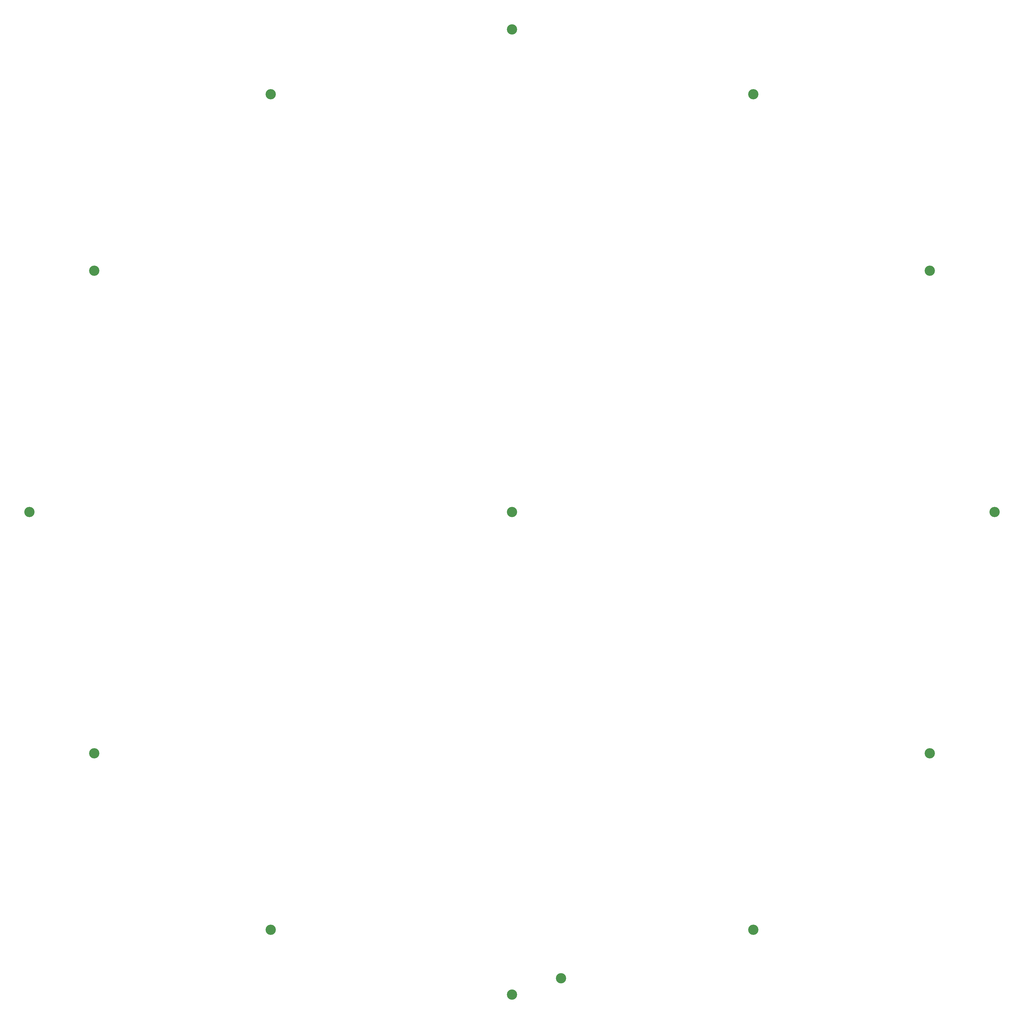
<source format=gbr>
G04 DipTrace 2.3.1.0*
%INTopMask_58742_ONYX_REV3.gbr*%
%MOIN*%
%ADD32C,0.126*%
%FSLAX44Y44*%
G04*
G70*
G90*
G75*
G01*
%LNTopMask*%
%LPD*%
D32*
X5909Y64964D3*
X64964Y5909D3*
X124019Y64964D3*
X94491Y116107D3*
X35436D3*
X13820Y94491D3*
X64964Y64964D3*
X13820Y35436D3*
X35436Y13820D3*
X94491D3*
X116107Y35436D3*
Y94491D3*
X64964Y124019D3*
X70964Y7909D3*
M02*

</source>
